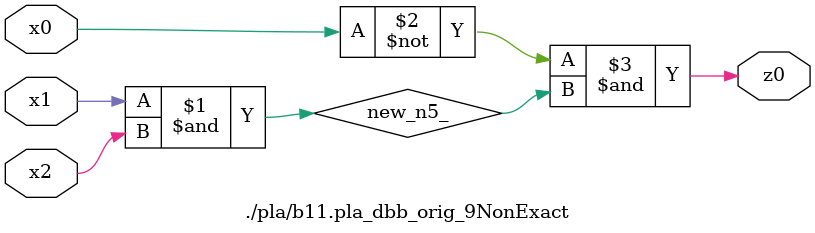
<source format=v>

module \./pla/b11.pla_dbb_orig_9NonExact  ( 
    x0, x1, x2,
    z0  );
  input  x0, x1, x2;
  output z0;
  wire new_n5_;
  assign new_n5_ = x1 & x2;
  assign z0 = ~x0 & new_n5_;
endmodule



</source>
